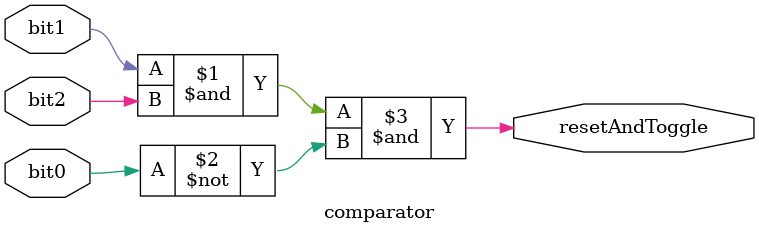
<source format=v>
module comparator (
    input bit1, bit2, bit0,
    output resetAndToggle
);

assign resetAndToggle = bit1 & bit2 & ~bit0;

endmodule
</source>
